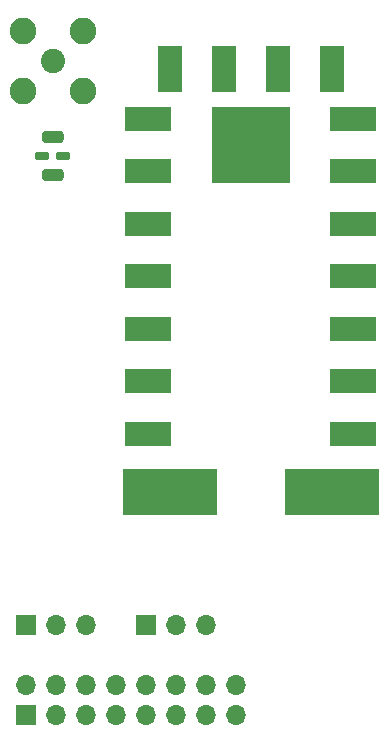
<source format=gbs>
%TF.GenerationSoftware,KiCad,Pcbnew,(6.0.1)*%
%TF.CreationDate,2022-01-31T22:44:09+01:00*%
%TF.ProjectId,TRX_Board,5452585f-426f-4617-9264-2e6b69636164,V 1.0a*%
%TF.SameCoordinates,Original*%
%TF.FileFunction,Soldermask,Bot*%
%TF.FilePolarity,Negative*%
%FSLAX46Y46*%
G04 Gerber Fmt 4.6, Leading zero omitted, Abs format (unit mm)*
G04 Created by KiCad (PCBNEW (6.0.1)) date 2022-01-31 22:44:09*
%MOMM*%
%LPD*%
G01*
G04 APERTURE LIST*
G04 Aperture macros list*
%AMRoundRect*
0 Rectangle with rounded corners*
0 $1 Rounding radius*
0 $2 $3 $4 $5 $6 $7 $8 $9 X,Y pos of 4 corners*
0 Add a 4 corners polygon primitive as box body*
4,1,4,$2,$3,$4,$5,$6,$7,$8,$9,$2,$3,0*
0 Add four circle primitives for the rounded corners*
1,1,$1+$1,$2,$3*
1,1,$1+$1,$4,$5*
1,1,$1+$1,$6,$7*
1,1,$1+$1,$8,$9*
0 Add four rect primitives between the rounded corners*
20,1,$1+$1,$2,$3,$4,$5,0*
20,1,$1+$1,$4,$5,$6,$7,0*
20,1,$1+$1,$6,$7,$8,$9,0*
20,1,$1+$1,$8,$9,$2,$3,0*%
G04 Aperture macros list end*
%ADD10C,2.050000*%
%ADD11C,2.250000*%
%ADD12R,1.700000X1.700000*%
%ADD13O,1.700000X1.700000*%
%ADD14RoundRect,0.249600X0.650400X-0.270400X0.650400X0.270400X-0.650400X0.270400X-0.650400X-0.270400X0*%
%ADD15RoundRect,0.152500X0.470000X-0.152500X0.470000X0.152500X-0.470000X0.152500X-0.470000X-0.152500X0*%
%ADD16C,0.610000*%
%ADD17R,4.000000X2.000000*%
%ADD18R,2.000000X4.000000*%
%ADD19R,6.600000X6.500000*%
%ADD20R,8.000000X4.000000*%
G04 APERTURE END LIST*
D10*
%TO.C,J2*%
X110236000Y-69088000D03*
D11*
X107696000Y-66548000D03*
X112776000Y-71628000D03*
X112776000Y-66548000D03*
X107696000Y-71628000D03*
%TD*%
D12*
%TO.C,J3*%
X107950000Y-116840000D03*
D13*
X110490000Y-116840000D03*
X113030000Y-116840000D03*
%TD*%
D12*
%TO.C,J1*%
X107950000Y-124460000D03*
D13*
X107950000Y-121920000D03*
X110490000Y-124460000D03*
X110490000Y-121920000D03*
X113030000Y-124460000D03*
X113030000Y-121920000D03*
X115570000Y-124460000D03*
X115570000Y-121920000D03*
X118110000Y-124460000D03*
X118110000Y-121920000D03*
X120650000Y-124460000D03*
X120650000Y-121920000D03*
X123190000Y-124460000D03*
X123190000Y-121920000D03*
X125730000Y-124460000D03*
X125730000Y-121920000D03*
%TD*%
D12*
%TO.C,J4*%
X118110000Y-116840000D03*
D13*
X120650000Y-116840000D03*
X123190000Y-116840000D03*
%TD*%
D14*
%TO.C,FL1*%
X110236000Y-78740000D03*
D15*
X109308500Y-77115000D03*
D16*
X109131000Y-77115000D03*
D14*
X110236000Y-75490000D03*
D16*
X111341000Y-77115000D03*
D15*
X111163500Y-77115000D03*
%TD*%
D17*
%TO.C,U3*%
X135700000Y-100650000D03*
X135700000Y-96200000D03*
X135700000Y-91750000D03*
X135700000Y-87300000D03*
X135700000Y-82850000D03*
X135700000Y-78400000D03*
X135700000Y-73950000D03*
D18*
X133858000Y-69774000D03*
X129286000Y-69774000D03*
X124714000Y-69774000D03*
X120142000Y-69774000D03*
D17*
X118300000Y-73950000D03*
X118300000Y-78400000D03*
X118300000Y-82850000D03*
X118300000Y-87300000D03*
X118300000Y-91750000D03*
X118300000Y-96200000D03*
X118300000Y-100650000D03*
D19*
X127000000Y-76200000D03*
D20*
X133858000Y-105588000D03*
X120142000Y-105588000D03*
%TD*%
M02*

</source>
